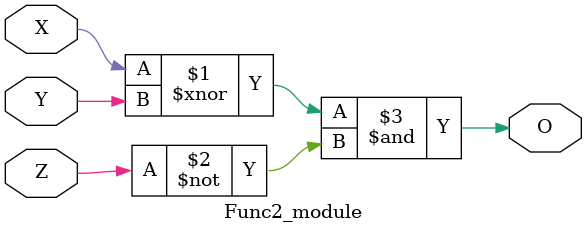
<source format=v>
`timescale 1ns / 1ps
module Func2_module(O,X,Y,Z);
input X,Y,Z;
output O;
assign O = (X ^~ Y) &~ Z;
endmodule

</source>
